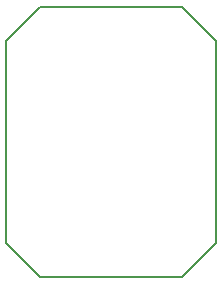
<source format=gko>
G04 DipTrace 2.4.0.2*
%INSocialLightsmall.gko*%
%MOMM*%
%ADD11C,0.14*%
%FSLAX53Y53*%
G04*
G71*
G90*
G75*
G01*
%LNBoardOutline*%
%LPD*%
X12870Y10000D2*
D11*
X24910D1*
X27780Y12896D1*
Y29990D1*
X24910Y32860D1*
X12896D1*
X10000Y29990D1*
Y12896D1*
X12870Y10000D1*
M02*

</source>
